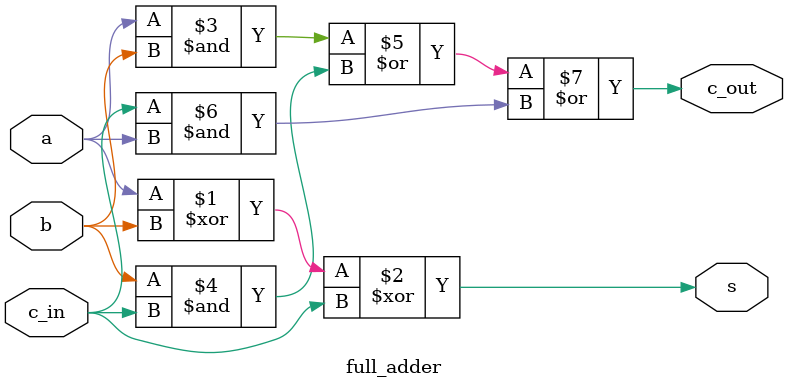
<source format=sv>
module top_module (
	input [3:0] x,
	input [3:0] y,
	output [4:0] sum
);

	// Instantiating full adders
	wire [4:0] carry; // carry bits between full adders
	wire [3:0] sum_bits; // sum bits from each full adder

	full_adder fa0(x[0], y[0], 1'b0, sum_bits[0], carry[1]);
	full_adder fa1(x[1], y[1], carry[1], sum_bits[1], carry[2]);
	full_adder fa2(x[2], y[2], carry[2], sum_bits[2], carry[3]);
	full_adder fa3(x[3], y[3], carry[3], sum_bits[3], carry[4]);
	
	// Assigning output sum
	assign sum = {carry[4], sum_bits};

endmodule
module full_adder (
	input a,
	input b,
	input c_in,
	output s,
	output c_out
);
	assign s = a ^ b ^ c_in;
	assign c_out = (a & b) | (b & c_in) | (c_in & a);
endmodule

</source>
